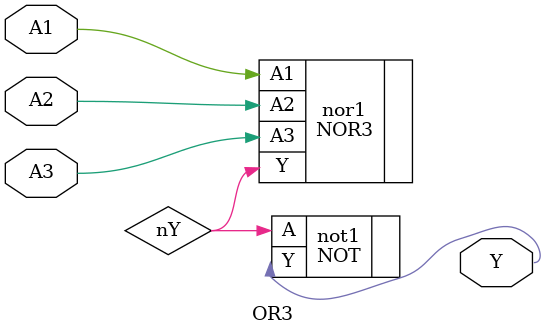
<source format=v>
`include "../NOR3/NOR3.v"
`include "../NOT/NOT.v"

module OR3(
    output Y,
    input A1,
    input A2,
    input A3
);
    wire nY;
    NOR3 nor1(.A1(A1), .A2(A2), .A3(A3), .Y(nY));
    NOT not1(.A(nY), .Y(Y));
endmodule
</source>
